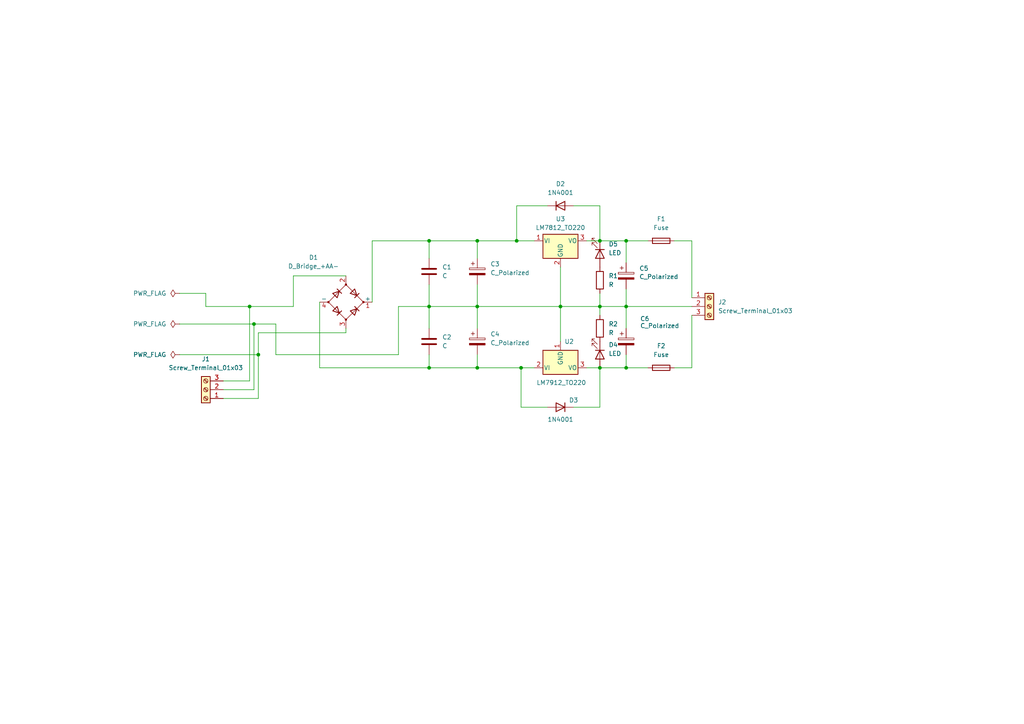
<source format=kicad_sch>
(kicad_sch (version 20231120) (generator "eeschema") (generator_version "8.0")
  (paper "A4")
  (title_block (date "2024-07-17"))
  (lib_symbols
    (symbol "Connector:Screw_Terminal_01x03" (pin_names (offset 1.016) hide)
      (property "Reference" "J" (at 0 5.08 0))
      (property "Value" "Screw_Terminal_01x03" (at 0 -5.08 0))
      (symbol "Screw_Terminal_01x03_1_1"
        (rectangle (start -1.27 3.81) (end 1.27 -3.81) (stroke (width 0.254)) (fill (type background)))
        (circle (center 0 -2.54) (radius 0.635) (stroke (width 0.1524)))
        (polyline (pts (xy -0.5334 -2.2098) (xy 0.3302 -3.048)) (stroke (width 0.1524)))
        (polyline (pts (xy -0.5334 0.3302) (xy 0.3302 -0.508)) (stroke (width 0.1524)))
        (polyline (pts (xy -0.5334 2.8702) (xy 0.3302 2.032)) (stroke (width 0.1524)))
        (polyline (pts (xy -0.3556 -2.032) (xy 0.508 -2.8702)) (stroke (width 0.1524)))
        (polyline (pts (xy -0.3556 0.508) (xy 0.508 -0.3302)) (stroke (width 0.1524)))
        (polyline (pts (xy -0.3556 3.048) (xy 0.508 2.2098)) (stroke (width 0.1524)))
        (circle (center 0 0) (radius 0.635) (stroke (width 0.1524)))
        (circle (center 0 2.54) (radius 0.635) (stroke (width 0.1524)))
        (pin passive line (at -5.08 2.54 0) (length 3.81) (name "Pin_1") (number "1"))
        (pin passive line (at -5.08 0 0) (length 3.81) (name "Pin_2") (number "2"))
        (pin passive line (at -5.08 -2.54 0) (length 3.81) (name "Pin_3") (number "3"))
      )
    )
    (symbol "Device:C" (pin_numbers hide) (pin_names (offset 0.254))
      (property "Reference" "C" (at 0.635 2.54 0))
      (property "Value" "C" (at 0.635 -2.54 0))
      (symbol "C_0_1"
        (polyline (pts (xy -2.032 -0.762) (xy 2.032 -0.762)) (stroke (width 0.508)))
        (polyline (pts (xy -2.032 0.762) (xy 2.032 0.762)) (stroke (width 0.508)))
      )
      (symbol "C_1_1"
        (pin passive line (at 0 3.81 270) (length 2.794) (name "~") (number "1"))
        (pin passive line (at 0 -3.81 90) (length 2.794) (name "~") (number "2"))
      )
    )
    (symbol "Device:C_Polarized" (pin_numbers hide) (pin_names (offset 0.254))
      (property "Reference" "C" (at 0.635 2.54 0))
      (property "Value" "C_Polarized" (at 0.635 -2.54 0))
      (symbol "C_Polarized_0_1"
        (rectangle (start -2.286 0.508) (end 2.286 1.016))
        (polyline (pts (xy -1.778 2.286) (xy -0.762 2.286)))
        (polyline (pts (xy -1.27 2.794) (xy -1.27 1.778)))
        (rectangle (start 2.286 -0.508) (end -2.286 -1.016) (fill (type outline)))
      )
      (symbol "C_Polarized_1_1"
        (pin passive line (at 0 3.81 270) (length 2.794) (name "~") (number "1"))
        (pin passive line (at 0 -3.81 90) (length 2.794) (name "~") (number "2"))
      )
    )
    (symbol "Device:D_Bridge_+AA-" (pin_names (offset 0))
      (property "Reference" "D" (at 2.54 6.985 0))
      (property "Value" "D_Bridge_+AA-" (at 2.54 5.08 0))
      (symbol "D_Bridge_+AA-_0_1"
        (circle (center -5.08 0) (radius 0.254) (fill (type outline)))
        (circle (center 0 -5.08) (radius 0.254) (fill (type outline)))
        (polyline (pts (xy -2.54 3.81) (xy -1.27 2.54)) (stroke (width 0.254)))
        (polyline (pts (xy -1.27 -2.54) (xy -2.54 -3.81)) (stroke (width 0.254)))
        (polyline (pts (xy 2.54 -1.27) (xy 3.81 -2.54)) (stroke (width 0.254)))
        (polyline (pts (xy 2.54 1.27) (xy 3.81 2.54)) (stroke (width 0.254)))
        (polyline (pts (xy -3.81 2.54) (xy -2.54 1.27) (xy -1.905 3.175) (xy -3.81 2.54)) (stroke (width 0.254)))
        (polyline (pts (xy -2.54 -1.27) (xy -3.81 -2.54) (xy -1.905 -3.175) (xy -2.54 -1.27)) (stroke (width 0.254)))
        (polyline (pts (xy 1.27 2.54) (xy 2.54 3.81) (xy 3.175 1.905) (xy 1.27 2.54)) (stroke (width 0.254)))
        (polyline (pts (xy 3.175 -1.905) (xy 1.27 -2.54) (xy 2.54 -3.81) (xy 3.175 -1.905)) (stroke (width 0.254)))
        (polyline (pts (xy -5.08 0) (xy 0 -5.08) (xy 5.08 0) (xy 0 5.08) (xy -5.08 0)))
        (circle (center 0 5.08) (radius 0.254) (fill (type outline)))
        (circle (center 5.08 0) (radius 0.254) (fill (type outline)))
      )
      (symbol "D_Bridge_+AA-_1_1"
        (pin passive line (at 7.62 0 180) (length 2.54) (name "+") (number "1"))
        (pin passive line (at 0 7.62 270) (length 2.54) (name "~") (number "2"))
        (pin passive line (at 0 -7.62 90) (length 2.54) (name "~") (number "3"))
        (pin passive line (at -7.62 0 0) (length 2.54) (name "-") (number "4"))
      )
    )
    (symbol "Device:Fuse" (pin_numbers hide) (pin_names (offset 0))
      (property "Reference" "F" (at 2.032 0 90))
      (property "Value" "Fuse" (at -1.905 0 90))
      (symbol "Fuse_0_1"
        (rectangle (start -0.762 -2.54) (end 0.762 2.54) (stroke (width 0.254)))
        (polyline (pts (xy 0 2.54) (xy 0 -2.54)))
      )
      (symbol "Fuse_1_1"
        (pin passive line (at 0 3.81 270) (length 1.27) (name "~") (number "1"))
        (pin passive line (at 0 -3.81 90) (length 1.27) (name "~") (number "2"))
      )
    )
    (symbol "Device:LED" (pin_numbers hide) (pin_names (offset 1.016) hide)
      (property "Reference" "D" (at 0 2.54 0))
      (property "Value" "LED" (at 0 -2.54 0))
      (symbol "LED_0_1"
        (polyline (pts (xy -1.27 -1.27) (xy -1.27 1.27)) (stroke (width 0.254)))
        (polyline (pts (xy -1.27 0) (xy 1.27 0)))
        (polyline (pts (xy 1.27 -1.27) (xy 1.27 1.27) (xy -1.27 0) (xy 1.27 -1.27)) (stroke (width 0.254)))
        (polyline (pts (xy -3.048 -0.762) (xy -4.572 -2.286) (xy -3.81 -2.286) (xy -4.572 -2.286) (xy -4.572 -1.524)))
        (polyline (pts (xy -1.778 -0.762) (xy -3.302 -2.286) (xy -2.54 -2.286) (xy -3.302 -2.286) (xy -3.302 -1.524)))
      )
      (symbol "LED_1_1"
        (pin passive line (at -3.81 0 0) (length 2.54) (name "K") (number "1"))
        (pin passive line (at 3.81 0 180) (length 2.54) (name "A") (number "2"))
      )
    )
    (symbol "Device:R" (pin_numbers hide) (pin_names (offset 0))
      (property "Reference" "R" (at 2.032 0 90))
      (property "Value" "R" (at 0 0 90))
      (symbol "R_0_1"
        (rectangle (start -1.016 -2.54) (end 1.016 2.54) (stroke (width 0.254)))
      )
      (symbol "R_1_1"
        (pin passive line (at 0 3.81 270) (length 1.27) (name "~") (number "1"))
        (pin passive line (at 0 -3.81 90) (length 1.27) (name "~") (number "2"))
      )
    )
    (symbol "Diode:1N4001" (pin_numbers hide) (pin_names hide)
      (property "Reference" "D" (at 0 2.54 0))
      (property "Value" "1N4001" (at 0 -2.54 0))
      (symbol "1N4001_0_1"
        (polyline (pts (xy -1.27 1.27) (xy -1.27 -1.27)) (stroke (width 0.254)))
        (polyline (pts (xy 1.27 0) (xy -1.27 0)))
        (polyline (pts (xy 1.27 1.27) (xy 1.27 -1.27) (xy -1.27 0) (xy 1.27 1.27)) (stroke (width 0.254)))
      )
      (symbol "1N4001_1_1"
        (pin passive line (at -3.81 0 0) (length 2.54) (name "K") (number "1"))
        (pin passive line (at 3.81 0 180) (length 2.54) (name "A") (number "2"))
      )
    )
    (symbol "Regulator_Linear:LM7812_TO220" (pin_names (offset 0.254))
      (property "Reference" "U" (at -3.81 3.175 0))
      (property "Value" "LM7812_TO220" (at 0 3.175 0))
      (symbol "LM7812_TO220_0_1"
        (rectangle (start -5.08 1.905) (end 5.08 -5.08) (stroke (width 0.254)) (fill (type background)))
      )
      (symbol "LM7812_TO220_1_1"
        (pin power_in line (at -7.62 0 0) (length 2.54) (name "VI") (number "1"))
        (pin power_in line (at 0 -7.62 90) (length 2.54) (name "GND") (number "2"))
        (pin power_out line (at 7.62 0 180) (length 2.54) (name "VO") (number "3"))
      )
    )
    (symbol "Regulator_Linear:LM7912_TO220" (pin_names (offset 0.254))
      (property "Reference" "U" (at -3.81 -3.175 0))
      (property "Value" "LM7912_TO220" (at 0 -3.175 0))
      (symbol "LM7912_TO220_0_1"
        (rectangle (start -5.08 5.08) (end 5.08 -1.905) (stroke (width 0.254)) (fill (type background)))
      )
      (symbol "LM7912_TO220_1_1"
        (pin power_in line (at 0 7.62 270) (length 2.54) (name "GND") (number "1"))
        (pin power_in line (at -7.62 0 0) (length 2.54) (name "VI") (number "2"))
        (pin power_out line (at 7.62 0 180) (length 2.54) (name "VO") (number "3"))
      )
    )
    (symbol "power:PWR_FLAG" (power) (pin_numbers hide) (pin_names (offset 0) hide)
      (property "Value" "PWR_FLAG" (at 0 3.81 0))
      (symbol "PWR_FLAG_0_0"
        (pin power_out line (at 0 0 90) (length 0) (name "~") (number "1"))
      )
      (symbol "PWR_FLAG_0_1"
        (polyline (pts (xy 0 0) (xy 0 1.27) (xy -1.016 1.905) (xy 0 2.54) (xy 1.016 1.905) (xy 0 1.27)))
      )
    )
  )
  (junction (at 181.61 69.85))
  (junction (at 162.56 88.9))
  (junction (at 138.43 106.68))
  (junction (at 181.61 88.9))
  (junction (at 138.43 69.85))
  (junction (at 74.93 102.87))
  (junction (at 124.46 69.85))
  (junction (at 138.43 88.9))
  (junction (at 149.86 69.85))
  (junction (at 173.99 88.9))
  (junction (at 181.61 106.68))
  (junction (at 72.39 88.9))
  (junction (at 173.99 106.68))
  (junction (at 73.66 93.98))
  (junction (at 173.99 69.85))
  (junction (at 124.46 88.9))
  (junction (at 151.13 106.68))
  (junction (at 124.46 106.68))
  (wire (pts (xy 162.56 88.9) (xy 173.99 88.9)))
  (wire (pts (xy 138.43 74.93) (xy 138.43 69.85)))
  (wire (pts (xy 158.75 59.69) (xy 149.86 59.69)))
  (wire (pts (xy 59.69 88.9) (xy 72.39 88.9)))
  (wire (pts (xy 170.18 69.85) (xy 173.99 69.85)))
  (wire (pts (xy 92.71 106.68) (xy 124.46 106.68)))
  (wire (pts (xy 64.77 115.57) (xy 74.93 115.57)))
  (wire (pts (xy 200.66 91.44) (xy 200.66 106.68)))
  (wire (pts (xy 73.66 113.03) (xy 73.66 93.98)))
  (wire (pts (xy 195.58 106.68) (xy 200.66 106.68)))
  (wire (pts (xy 64.77 110.49) (xy 72.39 110.49)))
  (wire (pts (xy 85.09 80.01) (xy 100.33 80.01)))
  (wire (pts (xy 80.01 102.87) (xy 80.01 93.98)))
  (wire (pts (xy 173.99 69.85) (xy 181.61 69.85)))
  (wire (pts (xy 173.99 85.09) (xy 173.99 88.9)))
  (wire (pts (xy 124.46 88.9) (xy 124.46 95.25)))
  (wire (pts (xy 124.46 82.55) (xy 124.46 88.9)))
  (wire (pts (xy 138.43 102.87) (xy 138.43 106.68)))
  (wire (pts (xy 138.43 106.68) (xy 151.13 106.68)))
  (wire (pts (xy 162.56 88.9) (xy 162.56 99.06)))
  (wire (pts (xy 100.33 95.25) (xy 100.33 96.52)))
  (wire (pts (xy 72.39 110.49) (xy 72.39 88.9)))
  (wire (pts (xy 73.66 93.98) (xy 80.01 93.98)))
  (wire (pts (xy 74.93 96.52) (xy 100.33 96.52)))
  (wire (pts (xy 124.46 106.68) (xy 138.43 106.68)))
  (wire (pts (xy 107.95 87.63) (xy 107.95 69.85)))
  (wire (pts (xy 170.18 106.68) (xy 173.99 106.68)))
  (wire (pts (xy 173.99 106.68) (xy 181.61 106.68)))
  (wire (pts (xy 181.61 88.9) (xy 200.66 88.9)))
  (wire (pts (xy 162.56 77.47) (xy 162.56 88.9)))
  (wire (pts (xy 124.46 102.87) (xy 124.46 106.68)))
  (wire (pts (xy 52.07 85.09) (xy 59.69 85.09)))
  (wire (pts (xy 166.37 118.11) (xy 173.99 118.11)))
  (wire (pts (xy 138.43 69.85) (xy 149.86 69.85)))
  (wire (pts (xy 124.46 88.9) (xy 138.43 88.9)))
  (wire (pts (xy 181.61 69.85) (xy 187.96 69.85)))
  (wire (pts (xy 158.75 118.11) (xy 151.13 118.11)))
  (wire (pts (xy 195.58 69.85) (xy 200.66 69.85)))
  (wire (pts (xy 149.86 69.85) (xy 154.94 69.85)))
  (wire (pts (xy 72.39 88.9) (xy 85.09 88.9)))
  (wire (pts (xy 64.77 113.03) (xy 73.66 113.03)))
  (wire (pts (xy 85.09 88.9) (xy 85.09 80.01)))
  (wire (pts (xy 173.99 88.9) (xy 181.61 88.9)))
  (wire (pts (xy 200.66 86.36) (xy 200.66 69.85)))
  (wire (pts (xy 138.43 82.55) (xy 138.43 88.9)))
  (wire (pts (xy 74.93 102.87) (xy 74.93 96.52)))
  (wire (pts (xy 52.07 93.98) (xy 73.66 93.98)))
  (wire (pts (xy 181.61 106.68) (xy 187.96 106.68)))
  (wire (pts (xy 181.61 76.2) (xy 181.61 69.85)))
  (wire (pts (xy 59.69 85.09) (xy 59.69 88.9)))
  (wire (pts (xy 173.99 118.11) (xy 173.99 106.68)))
  (wire (pts (xy 173.99 88.9) (xy 173.99 91.44)))
  (wire (pts (xy 115.57 88.9) (xy 115.57 102.87)))
  (wire (pts (xy 181.61 88.9) (xy 181.61 95.25)))
  (wire (pts (xy 124.46 74.93) (xy 124.46 69.85)))
  (wire (pts (xy 181.61 102.87) (xy 181.61 106.68)))
  (wire (pts (xy 115.57 102.87) (xy 80.01 102.87)))
  (wire (pts (xy 115.57 88.9) (xy 124.46 88.9)))
  (wire (pts (xy 107.95 69.85) (xy 124.46 69.85)))
  (wire (pts (xy 173.99 59.69) (xy 173.99 69.85)))
  (wire (pts (xy 166.37 59.69) (xy 173.99 59.69)))
  (wire (pts (xy 151.13 106.68) (xy 154.94 106.68)))
  (wire (pts (xy 151.13 118.11) (xy 151.13 106.68)))
  (wire (pts (xy 181.61 83.82) (xy 181.61 88.9)))
  (wire (pts (xy 138.43 88.9) (xy 162.56 88.9)))
  (wire (pts (xy 138.43 88.9) (xy 138.43 95.25)))
  (wire (pts (xy 149.86 59.69) (xy 149.86 69.85)))
  (wire (pts (xy 74.93 115.57) (xy 74.93 102.87)))
  (wire (pts (xy 92.71 87.63) (xy 92.71 106.68)))
  (wire (pts (xy 52.07 102.87) (xy 74.93 102.87)))
  (wire (pts (xy 124.46 69.85) (xy 138.43 69.85)))
  (symbol (lib_id "power:PWR_FLAG") (at 52.07 85.09 90) (unit 1)
    (property "Reference" "#FLG03" (effects (hide yes)))
    (property "Value" "PWR_FLAG" (at 48.26 85.0899 90) (effects (justify left)))
    (property "Description" "Special symbol for telling ERC where power comes from" (effects (hide yes)))
  )
  (symbol (lib_id "power:PWR_FLAG") (at 52.07 93.98 90) (unit 1)
    (property "Reference" "#FLG02" (effects (hide yes)))
    (property "Value" "PWR_FLAG" (at 48.26 93.9799 90) (effects (justify left)))
    (property "Description" "Special symbol for telling ERC where power comes from" (effects (hide yes)))
  )
  (symbol (lib_id "Device:Fuse") (at 191.77 106.68 90) (unit 1)
    (property "Reference" "F2" (at 191.77 100.33 90))
    (property "Value" "Fuse" (at 191.77 102.87 90))
    (property "Footprint" "Fuse:Fuseholder_Clip-5x20mm_Littelfuse_111_Lateral_P18.80x5.00mm_D1.17mm_Horizontal" (effects (hide yes)))
    (property "Description" "Fuse" (effects (hide yes)))
  )
  (symbol (lib_id "Diode:1N4001") (at 162.56 118.11 180) (unit 1)
    (property "Reference" "D3" (at 166.37 116.078 0))
    (property "Value" "1N4001" (at 162.56 121.666 0))
    (property "Footprint" "Diode_THT:D_DO-41_SOD81_P10.16mm_Horizontal" (effects (hide yes)))
    (property "Datasheet" "http://www.vishay.com/docs/88503/1n4001.pdf" (effects (hide yes)))
    (property "Description" "50V 1A General Purpose Rectifier Diode, DO-41" (effects (hide yes)))
    (property "Sim.Device" "D" (effects (hide yes)))
    (property "Sim.Pins" "1=K 2=A" (effects (hide yes)))
  )
  (symbol (lib_id "power:PWR_FLAG") (at 52.07 102.87 90) (unit 1)
    (property "Reference" "#FLG01" (effects (hide yes)))
    (property "Value" "PWR_FLAG" (at 48.26 102.8699 90) (effects (justify left)))
    (property "Description" "Special symbol for telling ERC where power comes from" (effects (hide yes)))
  )
  (symbol (lib_id "Regulator_Linear:LM7912_TO220") (at 162.56 106.68 0) (unit 1)
    (property "Reference" "U2" (at 165.1 99.06 0))
    (property "Value" "LM7912_TO220" (at 162.814 110.998 0))
    (property "Footprint" "Package_TO_SOT_THT:TO-220-3_Vertical" (effects (hide yes)))
    (property "Datasheet" "hhttps://www.onsemi.com/pub/Collateral/MC7900-D.PDF" (effects (hide yes)))
    (property "Description" "Negative 1A 35V Linear Regulator, Fixed Output 12V, TO-220" (effects (hide yes)))
  )
  (symbol (lib_id "Connector:Screw_Terminal_01x03") (at 59.69 113.03 180) (unit 1)
    (property "Reference" "J1" (at 59.69 104.14 0))
    (property "Value" "Screw_Terminal_01x03" (at 59.69 106.68 0))
    (property "Footprint" "TerminalBlock:TerminalBlock_Altech_AK300-3_P5.00mm" (effects (hide yes)))
    (property "Description" "Generic screw terminal, single row, 01x03, script generated (kicad-library-utils/schlib/autogen/connector/)" (effects (hide yes)))
  )
  (symbol (lib_id "Device:C") (at 124.46 99.06 0) (unit 1)
    (property "Reference" "C2" (at 128.27 97.7899 0) (effects (justify left)))
    (property "Value" "C" (at 128.27 100.3299 0) (effects (justify left)))
    (property "Footprint" "Capacitor_THT:C_Disc_D7.5mm_W5.0mm_P10.00mm" (effects (hide yes)))
    (property "Description" "Unpolarized capacitor" (effects (hide yes)))
  )
  (symbol (lib_id "Device:C_Polarized") (at 181.61 99.06 0) (unit 1)
    (property "Reference" "C6" (at 185.674 92.456 0) (effects (justify left)))
    (property "Value" "C_Polarized" (at 185.674 94.488 0) (effects (justify left)))
    (property "Footprint" "Capacitor_THT:CP_Radial_D6.3mm_P2.50mm" (effects (hide yes)))
    (property "Description" "Polarized capacitor" (effects (hide yes)))
  )
  (symbol (lib_id "Device:LED") (at 173.99 73.66 270) (unit 1)
    (property "Reference" "D5" (at 176.53 70.8024 90) (effects (justify left)))
    (property "Value" "LED" (at 176.53 73.3424 90) (effects (justify left)))
    (property "Footprint" "LED_THT:LED_D3.0mm" (effects (hide yes)))
    (property "Description" "Light emitting diode" (effects (hide yes)))
  )
  (symbol (lib_id "Device:Fuse") (at 191.77 69.85 90) (unit 1)
    (property "Reference" "F1" (at 191.77 63.5 90))
    (property "Value" "Fuse" (at 191.77 66.04 90))
    (property "Footprint" "Fuse:Fuseholder_Clip-5x20mm_Littelfuse_111_Lateral_P18.80x5.00mm_D1.17mm_Horizontal" (effects (hide yes)))
    (property "Description" "Fuse" (effects (hide yes)))
  )
  (symbol (lib_id "Device:R") (at 173.99 81.28 0) (unit 1)
    (property "Reference" "R1" (at 176.53 80.0099 0) (effects (justify left)))
    (property "Value" "R" (at 176.53 82.5499 0) (effects (justify left)))
    (property "Footprint" "Resistor_THT:R_Axial_DIN0207_L6.3mm_D2.5mm_P7.62mm_Horizontal" (effects (hide yes)))
    (property "Description" "Resistor" (effects (hide yes)))
  )
  (symbol (lib_id "Device:C") (at 124.46 78.74 0) (unit 1)
    (property "Reference" "C1" (at 128.27 77.4699 0) (effects (justify left)))
    (property "Value" "C" (at 128.27 80.0099 0) (effects (justify left)))
    (property "Footprint" "Capacitor_THT:C_Disc_D7.5mm_W5.0mm_P10.00mm" (effects (hide yes)))
    (property "Description" "Unpolarized capacitor" (effects (hide yes)))
  )
  (symbol (lib_id "Device:LED") (at 173.99 102.87 270) (unit 1)
    (property "Reference" "D4" (at 176.53 100.0124 90) (effects (justify left)))
    (property "Value" "LED" (at 176.53 102.5524 90) (effects (justify left)))
    (property "Footprint" "LED_THT:LED_D3.0mm" (effects (hide yes)))
    (property "Description" "Light emitting diode" (effects (hide yes)))
  )
  (symbol (lib_id "Device:R") (at 173.99 95.25 0) (unit 1)
    (property "Reference" "R2" (at 176.53 93.9799 0) (effects (justify left)))
    (property "Value" "R" (at 176.53 96.5199 0) (effects (justify left)))
    (property "Footprint" "Resistor_THT:R_Axial_DIN0207_L6.3mm_D2.5mm_P7.62mm_Horizontal" (effects (hide yes)))
    (property "Description" "Resistor" (effects (hide yes)))
  )
  (symbol (lib_id "Device:D_Bridge_+AA-") (at 100.33 87.63 0) (unit 1)
    (property "Reference" "D1" (at 90.932 74.676 0))
    (property "Value" "D_Bridge_+AA-" (at 90.932 77.216 0))
    (property "Footprint" "Diode_THT:Diode_Bridge_32.0x5.6x17.0mm_P10.0mm_P7.5mm" (effects (hide yes)))
    (property "Description" "Diode bridge, +ve/AC/AC/-ve" (effects (hide yes)))
  )
  (symbol (lib_id "Connector:Screw_Terminal_01x03") (at 205.74 88.9 0) (unit 1)
    (property "Reference" "J2" (at 208.28 87.6299 0) (effects (justify left)))
    (property "Value" "Screw_Terminal_01x03" (at 208.28 90.1699 0) (effects (justify left)))
    (property "Footprint" "TerminalBlock:TerminalBlock_Altech_AK300-3_P5.00mm" (effects (hide yes)))
    (property "Description" "Generic screw terminal, single row, 01x03, script generated (kicad-library-utils/schlib/autogen/connector/)" (effects (hide yes)))
  )
  (symbol (lib_id "Device:C_Polarized") (at 138.43 99.06 0) (unit 1)
    (property "Reference" "C4" (at 142.24 96.9009 0) (effects (justify left)))
    (property "Value" "C_Polarized" (at 142.24 99.4409 0) (effects (justify left)))
    (property "Footprint" "Capacitor_THT:CP_Radial_D10.0mm_P2.50mm" (effects (hide yes)))
    (property "Description" "Polarized capacitor" (effects (hide yes)))
  )
  (symbol (lib_id "Diode:1N4001") (at 162.56 59.69 0) (unit 1)
    (property "Reference" "D2" (at 162.56 53.34 0))
    (property "Value" "1N4001" (at 162.56 55.88 0))
    (property "Footprint" "Diode_THT:D_DO-41_SOD81_P10.16mm_Horizontal" (effects (hide yes)))
    (property "Datasheet" "http://www.vishay.com/docs/88503/1n4001.pdf" (effects (hide yes)))
    (property "Description" "50V 1A General Purpose Rectifier Diode, DO-41" (effects (hide yes)))
    (property "Sim.Device" "D" (effects (hide yes)))
    (property "Sim.Pins" "1=K 2=A" (effects (hide yes)))
  )
  (symbol (lib_id "Device:C_Polarized") (at 138.43 78.74 0) (unit 1)
    (property "Reference" "C3" (at 142.24 76.5809 0) (effects (justify left)))
    (property "Value" "C_Polarized" (at 142.24 79.1209 0) (effects (justify left)))
    (property "Footprint" "Capacitor_THT:CP_Radial_D10.0mm_P2.50mm" (effects (hide yes)))
    (property "Description" "Polarized capacitor" (effects (hide yes)))
  )
  (symbol (lib_id "Device:C_Polarized") (at 181.61 80.01 0) (unit 1)
    (property "Reference" "C5" (at 185.42 77.8509 0) (effects (justify left)))
    (property "Value" "C_Polarized" (at 185.42 80.264 0) (effects (justify left)))
    (property "Footprint" "Capacitor_THT:CP_Radial_D6.3mm_P2.50mm" (effects (hide yes)))
    (property "Description" "Polarized capacitor" (effects (hide yes)))
  )
  (symbol (lib_id "Regulator_Linear:LM7812_TO220") (at 162.56 69.85 0) (unit 1)
    (property "Reference" "U3" (at 162.56 63.5 0))
    (property "Value" "LM7812_TO220" (at 162.56 66.04 0))
    (property "Footprint" "Package_TO_SOT_THT:TO-220-3_Vertical" (effects (hide yes)))
    (property "Datasheet" "https://www.onsemi.cn/PowerSolutions/document/MC7800-D.PDF" (effects (hide yes)))
    (property "Description" "Positive 1A 35V Linear Regulator, Fixed Output 12V, TO-220" (effects (hide yes)))
  )
)
</source>
